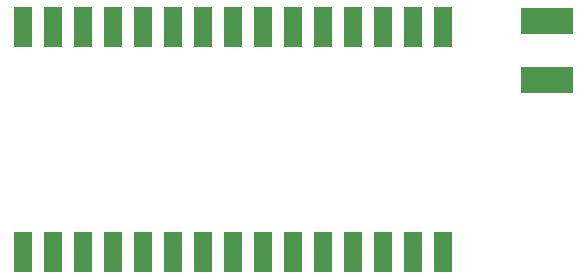
<source format=gbr>
%TF.GenerationSoftware,KiCad,Pcbnew,6.0.11-2627ca5db0~126~ubuntu22.04.1*%
%TF.CreationDate,2024-02-02T16:35:15+01:00*%
%TF.ProjectId,GrooveBox,47726f6f-7665-4426-9f78-2e6b69636164,rev?*%
%TF.SameCoordinates,Original*%
%TF.FileFunction,Paste,Bot*%
%TF.FilePolarity,Positive*%
%FSLAX46Y46*%
G04 Gerber Fmt 4.6, Leading zero omitted, Abs format (unit mm)*
G04 Created by KiCad (PCBNEW 6.0.11-2627ca5db0~126~ubuntu22.04.1) date 2024-02-02 16:35:15*
%MOMM*%
%LPD*%
G01*
G04 APERTURE LIST*
%ADD10R,4.500000X2.200000*%
%ADD11R,1.600000X3.500000*%
G04 APERTURE END LIST*
D10*
%TO.C,LS1*%
X125500000Y-90000000D03*
X125500000Y-95000000D03*
%TD*%
D11*
%TO.C,A1*%
X116700000Y-109525000D03*
X114160000Y-109525000D03*
X111620000Y-109525000D03*
X109080000Y-109525000D03*
X106540000Y-109525000D03*
X104000000Y-109525000D03*
X101460000Y-109525000D03*
X98920000Y-109525000D03*
X96380000Y-109525000D03*
X93840000Y-109525000D03*
X91300000Y-109525000D03*
X88760000Y-109525000D03*
X86220000Y-109525000D03*
X83680000Y-109525000D03*
X81140000Y-109525000D03*
X81140000Y-90475000D03*
X83680000Y-90475000D03*
X86220000Y-90475000D03*
X88760000Y-90475000D03*
X91300000Y-90475000D03*
X93840000Y-90475000D03*
X96380000Y-90475000D03*
X98920000Y-90475000D03*
X101460000Y-90475000D03*
X104000000Y-90475000D03*
X106540000Y-90475000D03*
X109080000Y-90475000D03*
X111620000Y-90475000D03*
X114160000Y-90475000D03*
X116700000Y-90475000D03*
%TD*%
M02*

</source>
